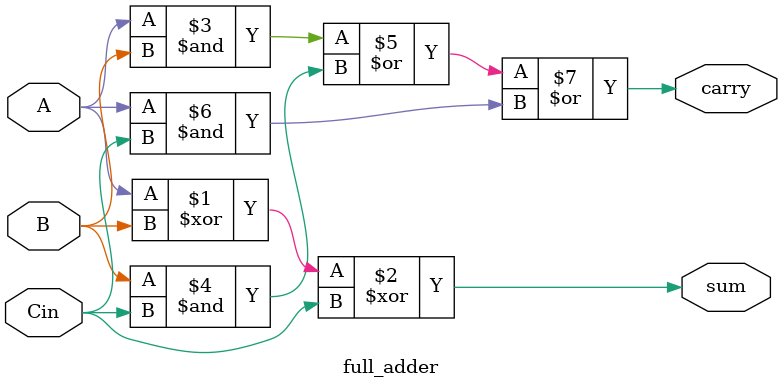
<source format=sv>
module full_adder (
  input A,
  input B,
  input Cin,
  output sum,
  output carry
);
  assign sum = A ^ B ^ Cin;
  assign carry = (A & B) | (B & Cin) | (A & Cin);
endmodule
</source>
